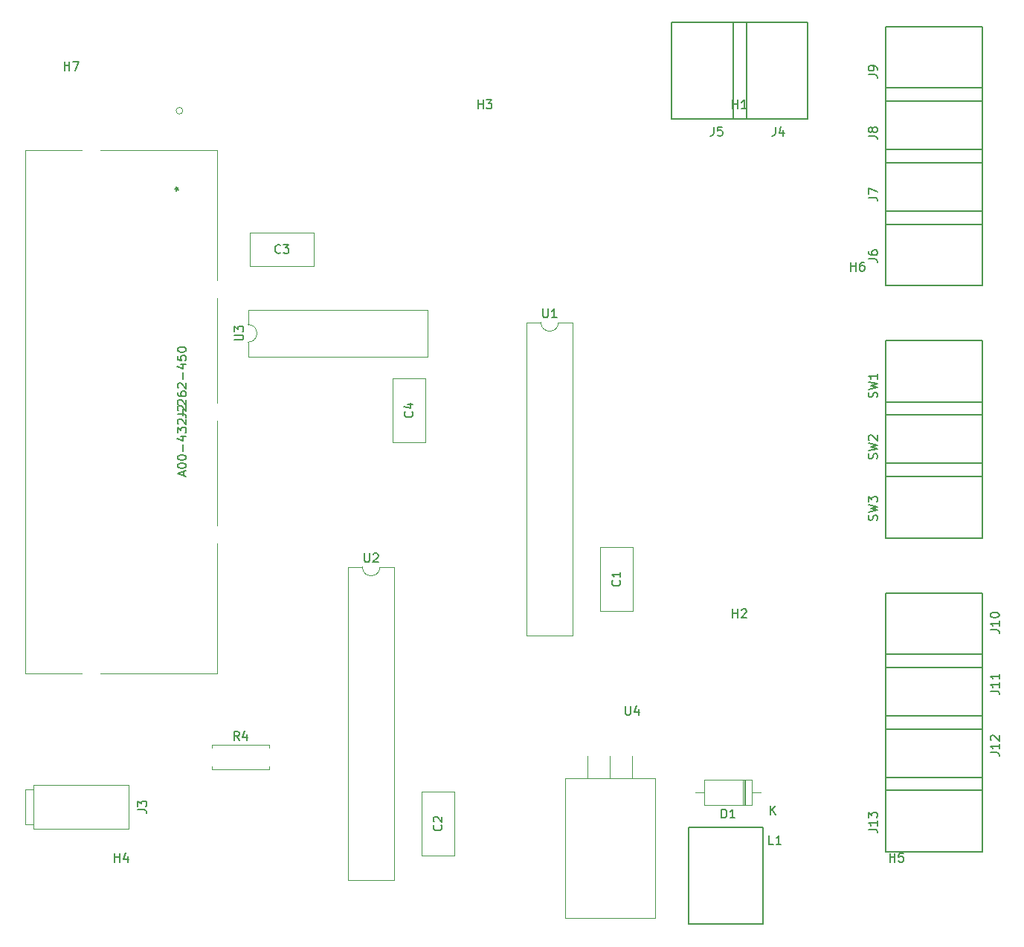
<source format=gbr>
%TF.GenerationSoftware,KiCad,Pcbnew,(6.0.0-0)*%
%TF.CreationDate,2023-03-28T13:13:57-04:00*%
%TF.ProjectId,SATS,53415453-2e6b-4696-9361-645f70636258,rev?*%
%TF.SameCoordinates,Original*%
%TF.FileFunction,Legend,Top*%
%TF.FilePolarity,Positive*%
%FSLAX46Y46*%
G04 Gerber Fmt 4.6, Leading zero omitted, Abs format (unit mm)*
G04 Created by KiCad (PCBNEW (6.0.0-0)) date 2023-03-28 13:13:57*
%MOMM*%
%LPD*%
G01*
G04 APERTURE LIST*
%ADD10C,0.150000*%
%ADD11C,0.127000*%
%ADD12C,0.120000*%
G04 APERTURE END LIST*
D10*
%TO.C,SW2*%
X145719811Y-94966130D02*
X145767593Y-94822783D01*
X145767593Y-94583870D01*
X145719811Y-94488305D01*
X145672028Y-94440522D01*
X145576463Y-94392740D01*
X145480898Y-94392740D01*
X145385333Y-94440522D01*
X145337551Y-94488305D01*
X145289768Y-94583870D01*
X145241986Y-94775000D01*
X145194203Y-94870565D01*
X145146421Y-94918348D01*
X145050856Y-94966130D01*
X144955291Y-94966130D01*
X144859726Y-94918348D01*
X144811943Y-94870565D01*
X144764160Y-94775000D01*
X144764160Y-94536087D01*
X144811943Y-94392740D01*
X144764160Y-94058262D02*
X145767593Y-93819350D01*
X145050856Y-93628220D01*
X145767593Y-93437089D01*
X144764160Y-93198177D01*
X144859726Y-92863699D02*
X144811943Y-92815917D01*
X144764160Y-92720352D01*
X144764160Y-92481439D01*
X144811943Y-92385874D01*
X144859726Y-92338091D01*
X144955291Y-92290309D01*
X145050856Y-92290309D01*
X145194203Y-92338091D01*
X145767593Y-92911482D01*
X145767593Y-92290309D01*
%TO.C,U2*%
X87376095Y-105754380D02*
X87376095Y-106563904D01*
X87423714Y-106659142D01*
X87471333Y-106706761D01*
X87566571Y-106754380D01*
X87757047Y-106754380D01*
X87852285Y-106706761D01*
X87899904Y-106659142D01*
X87947523Y-106563904D01*
X87947523Y-105754380D01*
X88376095Y-105849619D02*
X88423714Y-105802000D01*
X88518952Y-105754380D01*
X88757047Y-105754380D01*
X88852285Y-105802000D01*
X88899904Y-105849619D01*
X88947523Y-105944857D01*
X88947523Y-106040095D01*
X88899904Y-106182952D01*
X88328476Y-106754380D01*
X88947523Y-106754380D01*
%TO.C,J2*%
X66080786Y-89915333D02*
X66795072Y-89915333D01*
X66937929Y-89962952D01*
X67033167Y-90058190D01*
X67080786Y-90201047D01*
X67080786Y-90296285D01*
X66176025Y-89486761D02*
X66128406Y-89439142D01*
X66080786Y-89343904D01*
X66080786Y-89105809D01*
X66128406Y-89010571D01*
X66176025Y-88962952D01*
X66271263Y-88915333D01*
X66366501Y-88915333D01*
X66509358Y-88962952D01*
X67080786Y-89534380D01*
X67080786Y-88915333D01*
X66795072Y-96915333D02*
X66795072Y-96439142D01*
X67080786Y-97010571D02*
X66080786Y-96677238D01*
X67080786Y-96343904D01*
X66080786Y-95820095D02*
X66080786Y-95724857D01*
X66128406Y-95629619D01*
X66176025Y-95582000D01*
X66271263Y-95534380D01*
X66461739Y-95486761D01*
X66699834Y-95486761D01*
X66890310Y-95534380D01*
X66985548Y-95582000D01*
X67033167Y-95629619D01*
X67080786Y-95724857D01*
X67080786Y-95820095D01*
X67033167Y-95915333D01*
X66985548Y-95962952D01*
X66890310Y-96010571D01*
X66699834Y-96058190D01*
X66461739Y-96058190D01*
X66271263Y-96010571D01*
X66176025Y-95962952D01*
X66128406Y-95915333D01*
X66080786Y-95820095D01*
X66080786Y-94867714D02*
X66080786Y-94772476D01*
X66128406Y-94677238D01*
X66176025Y-94629619D01*
X66271263Y-94582000D01*
X66461739Y-94534380D01*
X66699834Y-94534380D01*
X66890310Y-94582000D01*
X66985548Y-94629619D01*
X67033167Y-94677238D01*
X67080786Y-94772476D01*
X67080786Y-94867714D01*
X67033167Y-94962952D01*
X66985548Y-95010571D01*
X66890310Y-95058190D01*
X66699834Y-95105809D01*
X66461739Y-95105809D01*
X66271263Y-95058190D01*
X66176025Y-95010571D01*
X66128406Y-94962952D01*
X66080786Y-94867714D01*
X66699834Y-94105809D02*
X66699834Y-93343904D01*
X66414120Y-92439142D02*
X67080786Y-92439142D01*
X66033167Y-92677238D02*
X66747453Y-92915333D01*
X66747453Y-92296285D01*
X66080786Y-92010571D02*
X66080786Y-91391523D01*
X66461739Y-91724857D01*
X66461739Y-91582000D01*
X66509358Y-91486761D01*
X66556977Y-91439142D01*
X66652215Y-91391523D01*
X66890310Y-91391523D01*
X66985548Y-91439142D01*
X67033167Y-91486761D01*
X67080786Y-91582000D01*
X67080786Y-91867714D01*
X67033167Y-91962952D01*
X66985548Y-92010571D01*
X66176025Y-91010571D02*
X66128406Y-90962952D01*
X66080786Y-90867714D01*
X66080786Y-90629619D01*
X66128406Y-90534380D01*
X66176025Y-90486761D01*
X66271263Y-90439142D01*
X66366501Y-90439142D01*
X66509358Y-90486761D01*
X67080786Y-91058190D01*
X67080786Y-90439142D01*
X66699834Y-90010571D02*
X66699834Y-89248666D01*
X66176025Y-88820095D02*
X66128406Y-88772476D01*
X66080786Y-88677238D01*
X66080786Y-88439142D01*
X66128406Y-88343904D01*
X66176025Y-88296285D01*
X66271263Y-88248666D01*
X66366501Y-88248666D01*
X66509358Y-88296285D01*
X67080786Y-88867714D01*
X67080786Y-88248666D01*
X66080786Y-87391523D02*
X66080786Y-87582000D01*
X66128406Y-87677238D01*
X66176025Y-87724857D01*
X66318882Y-87820095D01*
X66509358Y-87867714D01*
X66890310Y-87867714D01*
X66985548Y-87820095D01*
X67033167Y-87772476D01*
X67080786Y-87677238D01*
X67080786Y-87486761D01*
X67033167Y-87391523D01*
X66985548Y-87343904D01*
X66890310Y-87296285D01*
X66652215Y-87296285D01*
X66556977Y-87343904D01*
X66509358Y-87391523D01*
X66461739Y-87486761D01*
X66461739Y-87677238D01*
X66509358Y-87772476D01*
X66556977Y-87820095D01*
X66652215Y-87867714D01*
X66176025Y-86915333D02*
X66128406Y-86867714D01*
X66080786Y-86772476D01*
X66080786Y-86534380D01*
X66128406Y-86439142D01*
X66176025Y-86391523D01*
X66271263Y-86343904D01*
X66366501Y-86343904D01*
X66509358Y-86391523D01*
X67080786Y-86962952D01*
X67080786Y-86343904D01*
X66699834Y-85915333D02*
X66699834Y-85153428D01*
X66414120Y-84248666D02*
X67080786Y-84248666D01*
X66033167Y-84486761D02*
X66747453Y-84724857D01*
X66747453Y-84105809D01*
X66080786Y-83248666D02*
X66080786Y-83724857D01*
X66556977Y-83772476D01*
X66509358Y-83724857D01*
X66461739Y-83629619D01*
X66461739Y-83391523D01*
X66509358Y-83296285D01*
X66556977Y-83248666D01*
X66652215Y-83201047D01*
X66890310Y-83201047D01*
X66985548Y-83248666D01*
X67033167Y-83296285D01*
X67080786Y-83391523D01*
X67080786Y-83629619D01*
X67033167Y-83724857D01*
X66985548Y-83772476D01*
X66080786Y-82582000D02*
X66080786Y-82486761D01*
X66128406Y-82391523D01*
X66176025Y-82343904D01*
X66271263Y-82296285D01*
X66461739Y-82248666D01*
X66699834Y-82248666D01*
X66890310Y-82296285D01*
X66985548Y-82343904D01*
X67033167Y-82391523D01*
X67080786Y-82486761D01*
X67080786Y-82582000D01*
X67033167Y-82677238D01*
X66985548Y-82724857D01*
X66890310Y-82772476D01*
X66699834Y-82820095D01*
X66461739Y-82820095D01*
X66271263Y-82772476D01*
X66176025Y-82724857D01*
X66128406Y-82677238D01*
X66080786Y-82582000D01*
X65762786Y-64220000D02*
X66000882Y-64220000D01*
X65905644Y-64458095D02*
X66000882Y-64220000D01*
X65905644Y-63981904D01*
X66191358Y-64362857D02*
X66000882Y-64220000D01*
X66191358Y-64077142D01*
%TO.C,H5*%
X147193095Y-140897380D02*
X147193095Y-139897380D01*
X147193095Y-140373571D02*
X147764523Y-140373571D01*
X147764523Y-140897380D02*
X147764523Y-139897380D01*
X148716904Y-139897380D02*
X148240714Y-139897380D01*
X148193095Y-140373571D01*
X148240714Y-140325952D01*
X148335952Y-140278333D01*
X148574047Y-140278333D01*
X148669285Y-140325952D01*
X148716904Y-140373571D01*
X148764523Y-140468809D01*
X148764523Y-140706904D01*
X148716904Y-140802142D01*
X148669285Y-140849761D01*
X148574047Y-140897380D01*
X148335952Y-140897380D01*
X148240714Y-140849761D01*
X148193095Y-140802142D01*
%TO.C,H1*%
X129306095Y-55098380D02*
X129306095Y-54098380D01*
X129306095Y-54574571D02*
X129877523Y-54574571D01*
X129877523Y-55098380D02*
X129877523Y-54098380D01*
X130877523Y-55098380D02*
X130306095Y-55098380D01*
X130591809Y-55098380D02*
X130591809Y-54098380D01*
X130496571Y-54241238D01*
X130401333Y-54336476D01*
X130306095Y-54384095D01*
%TO.C,J11*%
X158636840Y-121434082D02*
X159353578Y-121434082D01*
X159496926Y-121481865D01*
X159592491Y-121577430D01*
X159640273Y-121720778D01*
X159640273Y-121816343D01*
X159640273Y-120430649D02*
X159640273Y-121004040D01*
X159640273Y-120717345D02*
X158636840Y-120717345D01*
X158780188Y-120812910D01*
X158875753Y-120908475D01*
X158923536Y-121004040D01*
X159640273Y-119474999D02*
X159640273Y-120048389D01*
X159640273Y-119761694D02*
X158636840Y-119761694D01*
X158780188Y-119857259D01*
X158875753Y-119952824D01*
X158923536Y-120048389D01*
%TO.C,SW1*%
X145719811Y-87966130D02*
X145767593Y-87822783D01*
X145767593Y-87583870D01*
X145719811Y-87488305D01*
X145672028Y-87440522D01*
X145576463Y-87392740D01*
X145480898Y-87392740D01*
X145385333Y-87440522D01*
X145337551Y-87488305D01*
X145289768Y-87583870D01*
X145241986Y-87775000D01*
X145194203Y-87870565D01*
X145146421Y-87918348D01*
X145050856Y-87966130D01*
X144955291Y-87966130D01*
X144859726Y-87918348D01*
X144811943Y-87870565D01*
X144764160Y-87775000D01*
X144764160Y-87536087D01*
X144811943Y-87392740D01*
X144764160Y-87058262D02*
X145767593Y-86819350D01*
X145050856Y-86628220D01*
X145767593Y-86437089D01*
X144764160Y-86198177D01*
X145767593Y-85290309D02*
X145767593Y-85863699D01*
X145767593Y-85577004D02*
X144764160Y-85577004D01*
X144907508Y-85672569D01*
X145003073Y-85768134D01*
X145050856Y-85863699D01*
%TO.C,C4*%
X92813142Y-89614666D02*
X92860761Y-89662285D01*
X92908380Y-89805142D01*
X92908380Y-89900380D01*
X92860761Y-90043238D01*
X92765523Y-90138476D01*
X92670285Y-90186095D01*
X92479809Y-90233714D01*
X92336952Y-90233714D01*
X92146476Y-90186095D01*
X92051238Y-90138476D01*
X91956000Y-90043238D01*
X91908380Y-89900380D01*
X91908380Y-89805142D01*
X91956000Y-89662285D01*
X92003619Y-89614666D01*
X92241714Y-88757523D02*
X92908380Y-88757523D01*
X91860761Y-88995619D02*
X92575047Y-89233714D01*
X92575047Y-88614666D01*
%TO.C,L1*%
X133944761Y-138883933D02*
X133466935Y-138883933D01*
X133466935Y-137880500D01*
X134804846Y-138883933D02*
X134231456Y-138883933D01*
X134518151Y-138883933D02*
X134518151Y-137880500D01*
X134422586Y-138023848D01*
X134327021Y-138119413D01*
X134231456Y-138167196D01*
%TO.C,U3*%
X72575380Y-81447704D02*
X73384904Y-81447704D01*
X73480142Y-81400085D01*
X73527761Y-81352466D01*
X73575380Y-81257228D01*
X73575380Y-81066752D01*
X73527761Y-80971514D01*
X73480142Y-80923895D01*
X73384904Y-80876276D01*
X72575380Y-80876276D01*
X72575380Y-80495323D02*
X72575380Y-79876276D01*
X72956333Y-80209609D01*
X72956333Y-80066752D01*
X73003952Y-79971514D01*
X73051571Y-79923895D01*
X73146809Y-79876276D01*
X73384904Y-79876276D01*
X73480142Y-79923895D01*
X73527761Y-79971514D01*
X73575380Y-80066752D01*
X73575380Y-80352466D01*
X73527761Y-80447704D01*
X73480142Y-80495323D01*
%TO.C,J4*%
X134147742Y-57186840D02*
X134147742Y-57903578D01*
X134099959Y-58046926D01*
X134004394Y-58142491D01*
X133861047Y-58190273D01*
X133765482Y-58190273D01*
X135055610Y-57521318D02*
X135055610Y-58190273D01*
X134816697Y-57139058D02*
X134577785Y-57855796D01*
X135198957Y-57855796D01*
%TO.C,J10*%
X158636840Y-114434082D02*
X159353578Y-114434082D01*
X159496926Y-114481865D01*
X159592491Y-114577430D01*
X159640273Y-114720778D01*
X159640273Y-114816343D01*
X159640273Y-113430649D02*
X159640273Y-114004040D01*
X159640273Y-113717345D02*
X158636840Y-113717345D01*
X158780188Y-113812910D01*
X158875753Y-113908475D01*
X158923536Y-114004040D01*
X158636840Y-112809477D02*
X158636840Y-112713912D01*
X158684623Y-112618347D01*
X158732406Y-112570564D01*
X158827971Y-112522781D01*
X159019101Y-112474999D01*
X159258013Y-112474999D01*
X159449143Y-112522781D01*
X159544708Y-112570564D01*
X159592491Y-112618347D01*
X159640273Y-112713912D01*
X159640273Y-112809477D01*
X159592491Y-112905042D01*
X159544708Y-112952824D01*
X159449143Y-113000607D01*
X159258013Y-113048389D01*
X159019101Y-113048389D01*
X158827971Y-113000607D01*
X158732406Y-112952824D01*
X158684623Y-112905042D01*
X158636840Y-112809477D01*
%TO.C,H7*%
X53213095Y-50727380D02*
X53213095Y-49727380D01*
X53213095Y-50203571D02*
X53784523Y-50203571D01*
X53784523Y-50727380D02*
X53784523Y-49727380D01*
X54165476Y-49727380D02*
X54832142Y-49727380D01*
X54403571Y-50727380D01*
%TO.C,SW3*%
X145719811Y-101966130D02*
X145767593Y-101822783D01*
X145767593Y-101583870D01*
X145719811Y-101488305D01*
X145672028Y-101440522D01*
X145576463Y-101392740D01*
X145480898Y-101392740D01*
X145385333Y-101440522D01*
X145337551Y-101488305D01*
X145289768Y-101583870D01*
X145241986Y-101775000D01*
X145194203Y-101870565D01*
X145146421Y-101918348D01*
X145050856Y-101966130D01*
X144955291Y-101966130D01*
X144859726Y-101918348D01*
X144811943Y-101870565D01*
X144764160Y-101775000D01*
X144764160Y-101536087D01*
X144811943Y-101392740D01*
X144764160Y-101058262D02*
X145767593Y-100819350D01*
X145050856Y-100628220D01*
X145767593Y-100437089D01*
X144764160Y-100198177D01*
X144764160Y-99911482D02*
X144764160Y-99290309D01*
X145146421Y-99624787D01*
X145146421Y-99481439D01*
X145194203Y-99385874D01*
X145241986Y-99338091D01*
X145337551Y-99290309D01*
X145576463Y-99290309D01*
X145672028Y-99338091D01*
X145719811Y-99385874D01*
X145767593Y-99481439D01*
X145767593Y-99768134D01*
X145719811Y-99863699D01*
X145672028Y-99911482D01*
%TO.C,C2*%
X96115142Y-136698666D02*
X96162761Y-136746285D01*
X96210380Y-136889142D01*
X96210380Y-136984380D01*
X96162761Y-137127238D01*
X96067523Y-137222476D01*
X95972285Y-137270095D01*
X95781809Y-137317714D01*
X95638952Y-137317714D01*
X95448476Y-137270095D01*
X95353238Y-137222476D01*
X95258000Y-137127238D01*
X95210380Y-136984380D01*
X95210380Y-136889142D01*
X95258000Y-136746285D01*
X95305619Y-136698666D01*
X95305619Y-136317714D02*
X95258000Y-136270095D01*
X95210380Y-136174857D01*
X95210380Y-135936761D01*
X95258000Y-135841523D01*
X95305619Y-135793904D01*
X95400857Y-135746285D01*
X95496095Y-135746285D01*
X95638952Y-135793904D01*
X96210380Y-136365333D01*
X96210380Y-135746285D01*
%TO.C,H6*%
X142748095Y-73587380D02*
X142748095Y-72587380D01*
X142748095Y-73063571D02*
X143319523Y-73063571D01*
X143319523Y-73587380D02*
X143319523Y-72587380D01*
X144224285Y-72587380D02*
X144033809Y-72587380D01*
X143938571Y-72635000D01*
X143890952Y-72682619D01*
X143795714Y-72825476D01*
X143748095Y-73015952D01*
X143748095Y-73396904D01*
X143795714Y-73492142D01*
X143843333Y-73539761D01*
X143938571Y-73587380D01*
X144129047Y-73587380D01*
X144224285Y-73539761D01*
X144271904Y-73492142D01*
X144319523Y-73396904D01*
X144319523Y-73158809D01*
X144271904Y-73063571D01*
X144224285Y-73015952D01*
X144129047Y-72968333D01*
X143938571Y-72968333D01*
X143843333Y-73015952D01*
X143795714Y-73063571D01*
X143748095Y-73158809D01*
%TO.C,J12*%
X158636840Y-128434082D02*
X159353578Y-128434082D01*
X159496926Y-128481865D01*
X159592491Y-128577430D01*
X159640273Y-128720778D01*
X159640273Y-128816343D01*
X159640273Y-127430649D02*
X159640273Y-128004040D01*
X159640273Y-127717345D02*
X158636840Y-127717345D01*
X158780188Y-127812910D01*
X158875753Y-127908475D01*
X158923536Y-128004040D01*
X158732406Y-127048389D02*
X158684623Y-127000607D01*
X158636840Y-126905042D01*
X158636840Y-126666129D01*
X158684623Y-126570564D01*
X158732406Y-126522781D01*
X158827971Y-126474999D01*
X158923536Y-126474999D01*
X159066883Y-126522781D01*
X159640273Y-127096172D01*
X159640273Y-126474999D01*
%TO.C,J6*%
X144764160Y-72212697D02*
X145480898Y-72212697D01*
X145624246Y-72260480D01*
X145719811Y-72356045D01*
X145767593Y-72499392D01*
X145767593Y-72594957D01*
X144764160Y-71304829D02*
X144764160Y-71495959D01*
X144811943Y-71591524D01*
X144859726Y-71639307D01*
X145003073Y-71734872D01*
X145194203Y-71782654D01*
X145576463Y-71782654D01*
X145672028Y-71734872D01*
X145719811Y-71687089D01*
X145767593Y-71591524D01*
X145767593Y-71400394D01*
X145719811Y-71304829D01*
X145672028Y-71257047D01*
X145576463Y-71209264D01*
X145337551Y-71209264D01*
X145241986Y-71257047D01*
X145194203Y-71304829D01*
X145146421Y-71400394D01*
X145146421Y-71591524D01*
X145194203Y-71687089D01*
X145241986Y-71734872D01*
X145337551Y-71782654D01*
%TO.C,C1*%
X116435142Y-108838666D02*
X116482761Y-108886285D01*
X116530380Y-109029142D01*
X116530380Y-109124380D01*
X116482761Y-109267238D01*
X116387523Y-109362476D01*
X116292285Y-109410095D01*
X116101809Y-109457714D01*
X115958952Y-109457714D01*
X115768476Y-109410095D01*
X115673238Y-109362476D01*
X115578000Y-109267238D01*
X115530380Y-109124380D01*
X115530380Y-109029142D01*
X115578000Y-108886285D01*
X115625619Y-108838666D01*
X116530380Y-107886285D02*
X116530380Y-108457714D01*
X116530380Y-108172000D02*
X115530380Y-108172000D01*
X115673238Y-108267238D01*
X115768476Y-108362476D01*
X115816095Y-108457714D01*
%TO.C,J9*%
X144764160Y-51212697D02*
X145480898Y-51212697D01*
X145624246Y-51260480D01*
X145719811Y-51356045D01*
X145767593Y-51499392D01*
X145767593Y-51594957D01*
X145767593Y-50687089D02*
X145767593Y-50495959D01*
X145719811Y-50400394D01*
X145672028Y-50352612D01*
X145528681Y-50257047D01*
X145337551Y-50209264D01*
X144955291Y-50209264D01*
X144859726Y-50257047D01*
X144811943Y-50304829D01*
X144764160Y-50400394D01*
X144764160Y-50591524D01*
X144811943Y-50687089D01*
X144859726Y-50734872D01*
X144955291Y-50782654D01*
X145194203Y-50782654D01*
X145289768Y-50734872D01*
X145337551Y-50687089D01*
X145385333Y-50591524D01*
X145385333Y-50400394D01*
X145337551Y-50304829D01*
X145289768Y-50257047D01*
X145194203Y-50209264D01*
%TO.C,J8*%
X144764160Y-58212697D02*
X145480898Y-58212697D01*
X145624246Y-58260480D01*
X145719811Y-58356045D01*
X145767593Y-58499392D01*
X145767593Y-58594957D01*
X145194203Y-57591524D02*
X145146421Y-57687089D01*
X145098638Y-57734872D01*
X145003073Y-57782654D01*
X144955291Y-57782654D01*
X144859726Y-57734872D01*
X144811943Y-57687089D01*
X144764160Y-57591524D01*
X144764160Y-57400394D01*
X144811943Y-57304829D01*
X144859726Y-57257047D01*
X144955291Y-57209264D01*
X145003073Y-57209264D01*
X145098638Y-57257047D01*
X145146421Y-57304829D01*
X145194203Y-57400394D01*
X145194203Y-57591524D01*
X145241986Y-57687089D01*
X145289768Y-57734872D01*
X145385333Y-57782654D01*
X145576463Y-57782654D01*
X145672028Y-57734872D01*
X145719811Y-57687089D01*
X145767593Y-57591524D01*
X145767593Y-57400394D01*
X145719811Y-57304829D01*
X145672028Y-57257047D01*
X145576463Y-57209264D01*
X145385333Y-57209264D01*
X145289768Y-57257047D01*
X145241986Y-57304829D01*
X145194203Y-57400394D01*
%TO.C,J3*%
X61570380Y-134953333D02*
X62284666Y-134953333D01*
X62427523Y-135000952D01*
X62522761Y-135096190D01*
X62570380Y-135239047D01*
X62570380Y-135334285D01*
X61570380Y-134572380D02*
X61570380Y-133953333D01*
X61951333Y-134286666D01*
X61951333Y-134143809D01*
X61998952Y-134048571D01*
X62046571Y-134000952D01*
X62141809Y-133953333D01*
X62379904Y-133953333D01*
X62475142Y-134000952D01*
X62522761Y-134048571D01*
X62570380Y-134143809D01*
X62570380Y-134429523D01*
X62522761Y-134524761D01*
X62475142Y-134572380D01*
%TO.C,H4*%
X58928095Y-140897380D02*
X58928095Y-139897380D01*
X58928095Y-140373571D02*
X59499523Y-140373571D01*
X59499523Y-140897380D02*
X59499523Y-139897380D01*
X60404285Y-140230714D02*
X60404285Y-140897380D01*
X60166190Y-139849761D02*
X59928095Y-140564047D01*
X60547142Y-140564047D01*
%TO.C,H2*%
X129306095Y-113098380D02*
X129306095Y-112098380D01*
X129306095Y-112574571D02*
X129877523Y-112574571D01*
X129877523Y-113098380D02*
X129877523Y-112098380D01*
X130306095Y-112193619D02*
X130353714Y-112146000D01*
X130448952Y-112098380D01*
X130687047Y-112098380D01*
X130782285Y-112146000D01*
X130829904Y-112193619D01*
X130877523Y-112288857D01*
X130877523Y-112384095D01*
X130829904Y-112526952D01*
X130258476Y-113098380D01*
X130877523Y-113098380D01*
%TO.C,D1*%
X128039904Y-135891380D02*
X128039904Y-134891380D01*
X128278000Y-134891380D01*
X128420857Y-134939000D01*
X128516095Y-135034238D01*
X128563714Y-135129476D01*
X128611333Y-135319952D01*
X128611333Y-135462809D01*
X128563714Y-135653285D01*
X128516095Y-135748523D01*
X128420857Y-135843761D01*
X128278000Y-135891380D01*
X128039904Y-135891380D01*
X129563714Y-135891380D02*
X128992285Y-135891380D01*
X129278000Y-135891380D02*
X129278000Y-134891380D01*
X129182761Y-135034238D01*
X129087523Y-135129476D01*
X128992285Y-135177095D01*
X133596095Y-135521380D02*
X133596095Y-134521380D01*
X134167523Y-135521380D02*
X133738952Y-134949952D01*
X134167523Y-134521380D02*
X133596095Y-135092809D01*
%TO.C,C3*%
X77811333Y-71477142D02*
X77763714Y-71524761D01*
X77620857Y-71572380D01*
X77525619Y-71572380D01*
X77382761Y-71524761D01*
X77287523Y-71429523D01*
X77239904Y-71334285D01*
X77192285Y-71143809D01*
X77192285Y-71000952D01*
X77239904Y-70810476D01*
X77287523Y-70715238D01*
X77382761Y-70620000D01*
X77525619Y-70572380D01*
X77620857Y-70572380D01*
X77763714Y-70620000D01*
X77811333Y-70667619D01*
X78144666Y-70572380D02*
X78763714Y-70572380D01*
X78430380Y-70953333D01*
X78573238Y-70953333D01*
X78668476Y-71000952D01*
X78716095Y-71048571D01*
X78763714Y-71143809D01*
X78763714Y-71381904D01*
X78716095Y-71477142D01*
X78668476Y-71524761D01*
X78573238Y-71572380D01*
X78287523Y-71572380D01*
X78192285Y-71524761D01*
X78144666Y-71477142D01*
%TO.C,U1*%
X107696095Y-77894380D02*
X107696095Y-78703904D01*
X107743714Y-78799142D01*
X107791333Y-78846761D01*
X107886571Y-78894380D01*
X108077047Y-78894380D01*
X108172285Y-78846761D01*
X108219904Y-78799142D01*
X108267523Y-78703904D01*
X108267523Y-77894380D01*
X109267523Y-78894380D02*
X108696095Y-78894380D01*
X108981809Y-78894380D02*
X108981809Y-77894380D01*
X108886571Y-78037238D01*
X108791333Y-78132476D01*
X108696095Y-78180095D01*
%TO.C,U4*%
X117094095Y-123150380D02*
X117094095Y-123959904D01*
X117141714Y-124055142D01*
X117189333Y-124102761D01*
X117284571Y-124150380D01*
X117475047Y-124150380D01*
X117570285Y-124102761D01*
X117617904Y-124055142D01*
X117665523Y-123959904D01*
X117665523Y-123150380D01*
X118570285Y-123483714D02*
X118570285Y-124150380D01*
X118332190Y-123102761D02*
X118094095Y-123817047D01*
X118713142Y-123817047D01*
%TO.C,J7*%
X144764158Y-65212697D02*
X145480896Y-65212697D01*
X145624244Y-65260480D01*
X145719809Y-65356045D01*
X145767591Y-65499392D01*
X145767591Y-65594957D01*
X144764158Y-64830437D02*
X144764158Y-64161482D01*
X145767591Y-64591524D01*
%TO.C,H3*%
X100306095Y-55098380D02*
X100306095Y-54098380D01*
X100306095Y-54574571D02*
X100877523Y-54574571D01*
X100877523Y-55098380D02*
X100877523Y-54098380D01*
X101258476Y-54098380D02*
X101877523Y-54098380D01*
X101544190Y-54479333D01*
X101687047Y-54479333D01*
X101782285Y-54526952D01*
X101829904Y-54574571D01*
X101877523Y-54669809D01*
X101877523Y-54907904D01*
X101829904Y-55003142D01*
X101782285Y-55050761D01*
X101687047Y-55098380D01*
X101401333Y-55098380D01*
X101306095Y-55050761D01*
X101258476Y-55003142D01*
%TO.C,J13*%
X144764160Y-137190522D02*
X145480898Y-137190522D01*
X145624246Y-137238305D01*
X145719811Y-137333870D01*
X145767593Y-137477218D01*
X145767593Y-137572783D01*
X145767593Y-136187089D02*
X145767593Y-136760480D01*
X145767593Y-136473785D02*
X144764160Y-136473785D01*
X144907508Y-136569350D01*
X145003073Y-136664915D01*
X145050856Y-136760480D01*
X144764160Y-135852612D02*
X144764160Y-135231439D01*
X145146421Y-135565917D01*
X145146421Y-135422569D01*
X145194203Y-135327004D01*
X145241986Y-135279221D01*
X145337551Y-135231439D01*
X145576463Y-135231439D01*
X145672028Y-135279221D01*
X145719811Y-135327004D01*
X145767593Y-135422569D01*
X145767593Y-135709264D01*
X145719811Y-135804829D01*
X145672028Y-135852612D01*
%TO.C,J5*%
X127147742Y-57186840D02*
X127147742Y-57903578D01*
X127099959Y-58046926D01*
X127004394Y-58142491D01*
X126861047Y-58190273D01*
X126765482Y-58190273D01*
X128103392Y-57186840D02*
X127625567Y-57186840D01*
X127577785Y-57664666D01*
X127625567Y-57616883D01*
X127721132Y-57569101D01*
X127960045Y-57569101D01*
X128055610Y-57616883D01*
X128103392Y-57664666D01*
X128151175Y-57760231D01*
X128151175Y-57999143D01*
X128103392Y-58094708D01*
X128055610Y-58142491D01*
X127960045Y-58190273D01*
X127721132Y-58190273D01*
X127625567Y-58142491D01*
X127577785Y-58094708D01*
%TO.C,R4*%
X73112333Y-127038180D02*
X72779000Y-126561990D01*
X72540904Y-127038180D02*
X72540904Y-126038180D01*
X72921857Y-126038180D01*
X73017095Y-126085800D01*
X73064714Y-126133419D01*
X73112333Y-126228657D01*
X73112333Y-126371514D01*
X73064714Y-126466752D01*
X73017095Y-126514371D01*
X72921857Y-126561990D01*
X72540904Y-126561990D01*
X73969476Y-126371514D02*
X73969476Y-127038180D01*
X73731380Y-125990561D02*
X73493285Y-126704847D01*
X74112333Y-126704847D01*
D11*
%TO.C,SW2*%
X146750000Y-97000000D02*
X146750000Y-88500000D01*
X157750000Y-97000000D02*
X146750000Y-97000000D01*
X157750000Y-88500000D02*
X157750000Y-97000000D01*
X146750000Y-88500000D02*
X157750000Y-88500000D01*
D12*
%TO.C,U2*%
X90788000Y-142982000D02*
X90788000Y-107302000D01*
X85488000Y-107302000D02*
X85488000Y-142982000D01*
X85488000Y-142982000D02*
X90788000Y-142982000D01*
X87138000Y-107302000D02*
X85488000Y-107302000D01*
X90788000Y-107302000D02*
X89138000Y-107302000D01*
X87138000Y-107302000D02*
G75*
G03*
X89138000Y-107302000I1000000J0D01*
G01*
%TO.C,J2*%
X57348705Y-119426900D02*
X70603006Y-119426900D01*
X70603006Y-119426900D02*
X70603006Y-104614902D01*
X70603006Y-102565098D02*
X70603006Y-90644902D01*
X48784406Y-119426900D02*
X55206107Y-119426900D01*
X70603006Y-59813100D02*
X57348705Y-59813100D01*
X70603006Y-74625098D02*
X70603006Y-59813100D01*
X70603006Y-88595098D02*
X70603006Y-76674902D01*
X55206107Y-59813100D02*
X48784406Y-59813100D01*
X48784406Y-59813100D02*
X48784406Y-119426900D01*
X66691406Y-55330000D02*
G75*
G03*
X66691406Y-55330000I-381000J0D01*
G01*
D11*
%TO.C,J11*%
X146750000Y-125750000D02*
X146750000Y-117250000D01*
X146750000Y-117250000D02*
X157750000Y-117250000D01*
X157750000Y-125750000D02*
X146750000Y-125750000D01*
X157750000Y-117250000D02*
X157750000Y-125750000D01*
%TO.C,SW1*%
X146750000Y-90000000D02*
X146750000Y-81500000D01*
X146750000Y-81500000D02*
X157750000Y-81500000D01*
X157750000Y-81500000D02*
X157750000Y-90000000D01*
X157750000Y-90000000D02*
X146750000Y-90000000D01*
D12*
%TO.C,C4*%
X94326000Y-85828000D02*
X94326000Y-93068000D01*
X94326000Y-85828000D02*
X90586000Y-85828000D01*
X94326000Y-93068000D02*
X90586000Y-93068000D01*
X90586000Y-85828000D02*
X90586000Y-93068000D01*
D11*
%TO.C,L1*%
X124274000Y-136953000D02*
X132774000Y-136953000D01*
X132774000Y-147953000D02*
X124274000Y-147953000D01*
X132774000Y-136953000D02*
X132774000Y-147953000D01*
X124274000Y-147953000D02*
X124274000Y-136953000D01*
D12*
%TO.C,U3*%
X74123000Y-83335800D02*
X94563000Y-83335800D01*
X74123000Y-78035800D02*
X74123000Y-79685800D01*
X74123000Y-81685800D02*
X74123000Y-83335800D01*
X94563000Y-78035800D02*
X74123000Y-78035800D01*
X94563000Y-83335800D02*
X94563000Y-78035800D01*
X74123000Y-81685800D02*
G75*
G03*
X74123000Y-79685800I0J1000000D01*
G01*
D11*
%TO.C,J4*%
X137854000Y-45300000D02*
X137854000Y-56300000D01*
X129354000Y-45300000D02*
X137854000Y-45300000D01*
X129354000Y-56300000D02*
X129354000Y-45300000D01*
X137854000Y-56300000D02*
X129354000Y-56300000D01*
%TO.C,J10*%
X146750000Y-110250000D02*
X157750000Y-110250000D01*
X157750000Y-118750000D02*
X146750000Y-118750000D01*
X146750000Y-118750000D02*
X146750000Y-110250000D01*
X157750000Y-110250000D02*
X157750000Y-118750000D01*
%TO.C,SW3*%
X146750000Y-95500000D02*
X157750000Y-95500000D01*
X146750000Y-104000000D02*
X146750000Y-95500000D01*
X157750000Y-95500000D02*
X157750000Y-104000000D01*
X157750000Y-104000000D02*
X146750000Y-104000000D01*
D12*
%TO.C,C2*%
X97628000Y-140152000D02*
X93888000Y-140152000D01*
X97628000Y-132912000D02*
X97628000Y-140152000D01*
X93888000Y-132912000D02*
X93888000Y-140152000D01*
X97628000Y-132912000D02*
X93888000Y-132912000D01*
D11*
%TO.C,J12*%
X157750000Y-124250000D02*
X157750000Y-132750000D01*
X157750000Y-132750000D02*
X146750000Y-132750000D01*
X146750000Y-124250000D02*
X157750000Y-124250000D01*
X146750000Y-132750000D02*
X146750000Y-124250000D01*
%TO.C,J6*%
X146750000Y-75250000D02*
X146750000Y-66750000D01*
X157750000Y-75250000D02*
X146750000Y-75250000D01*
X157750000Y-66750000D02*
X157750000Y-75250000D01*
X146750000Y-66750000D02*
X157750000Y-66750000D01*
D12*
%TO.C,C1*%
X114208000Y-105052000D02*
X114208000Y-112292000D01*
X117948000Y-112292000D02*
X114208000Y-112292000D01*
X117948000Y-105052000D02*
X114208000Y-105052000D01*
X117948000Y-105052000D02*
X117948000Y-112292000D01*
D11*
%TO.C,J9*%
X146750000Y-54250000D02*
X146750000Y-45750000D01*
X157750000Y-45750000D02*
X157750000Y-54250000D01*
X157750000Y-54250000D02*
X146750000Y-54250000D01*
X146750000Y-45750000D02*
X157750000Y-45750000D01*
%TO.C,J8*%
X146750000Y-52750000D02*
X157750000Y-52750000D01*
X157750000Y-52750000D02*
X157750000Y-61250000D01*
X157750000Y-61250000D02*
X146750000Y-61250000D01*
X146750000Y-61250000D02*
X146750000Y-52750000D01*
D12*
%TO.C,J3*%
X49718000Y-136620000D02*
X48718000Y-136620000D01*
X48718000Y-136620000D02*
X48718000Y-132620000D01*
X48718000Y-132620000D02*
X49718000Y-132620000D01*
X49718000Y-132620000D02*
X49718000Y-136620000D01*
X49718000Y-137120000D02*
X60518000Y-137120000D01*
X60518000Y-137120000D02*
X60518000Y-132120000D01*
X60518000Y-132120000D02*
X49718000Y-132120000D01*
X49718000Y-132120000D02*
X49718000Y-137120000D01*
%TO.C,D1*%
X130478000Y-134439000D02*
X130478000Y-131499000D01*
X130718000Y-134439000D02*
X130718000Y-131499000D01*
X130598000Y-134439000D02*
X130598000Y-131499000D01*
X126058000Y-131499000D02*
X126058000Y-134439000D01*
X132518000Y-132969000D02*
X131498000Y-132969000D01*
X125038000Y-132969000D02*
X126058000Y-132969000D01*
X131498000Y-134439000D02*
X131498000Y-131499000D01*
X131498000Y-131499000D02*
X126058000Y-131499000D01*
X126058000Y-134439000D02*
X131498000Y-134439000D01*
%TO.C,C3*%
X74358000Y-69250000D02*
X81598000Y-69250000D01*
X81598000Y-69250000D02*
X81598000Y-72990000D01*
X74358000Y-69250000D02*
X74358000Y-72990000D01*
X74358000Y-72990000D02*
X81598000Y-72990000D01*
%TO.C,U1*%
X105808000Y-79442000D02*
X105808000Y-115122000D01*
X107458000Y-79442000D02*
X105808000Y-79442000D01*
X111108000Y-79442000D02*
X109458000Y-79442000D01*
X105808000Y-115122000D02*
X111108000Y-115122000D01*
X111108000Y-115122000D02*
X111108000Y-79442000D01*
X107458000Y-79442000D02*
G75*
G03*
X109458000Y-79442000I1000000J0D01*
G01*
%TO.C,U4*%
X120436000Y-131366000D02*
X110196000Y-131366000D01*
X117856000Y-131366000D02*
X117856000Y-128826000D01*
X110196000Y-147256000D02*
X110196000Y-131366000D01*
X115316000Y-131366000D02*
X115316000Y-128826000D01*
X120436000Y-147256000D02*
X110196000Y-147256000D01*
X112776000Y-131366000D02*
X112776000Y-128826000D01*
X120436000Y-147256000D02*
X120436000Y-131366000D01*
D11*
%TO.C,J7*%
X157749998Y-68250000D02*
X146749998Y-68250000D01*
X146749998Y-59750000D02*
X157749998Y-59750000D01*
X146749998Y-68250000D02*
X146749998Y-59750000D01*
X157749998Y-59750000D02*
X157749998Y-68250000D01*
%TO.C,J13*%
X146750000Y-131250000D02*
X157750000Y-131250000D01*
X157750000Y-131250000D02*
X157750000Y-139750000D01*
X146750000Y-139750000D02*
X146750000Y-131250000D01*
X157750000Y-139750000D02*
X146750000Y-139750000D01*
%TO.C,J5*%
X130854000Y-45300000D02*
X130854000Y-56300000D01*
X130854000Y-56300000D02*
X122354000Y-56300000D01*
X122354000Y-56300000D02*
X122354000Y-45300000D01*
X122354000Y-45300000D02*
X130854000Y-45300000D01*
D12*
%TO.C,R4*%
X70009000Y-129995800D02*
X70009000Y-130325800D01*
X76549000Y-127585800D02*
X76549000Y-127915800D01*
X70009000Y-127915800D02*
X70009000Y-127585800D01*
X70009000Y-130325800D02*
X76549000Y-130325800D01*
X70009000Y-127585800D02*
X76549000Y-127585800D01*
X76549000Y-130325800D02*
X76549000Y-129995800D01*
%TD*%
M02*

</source>
